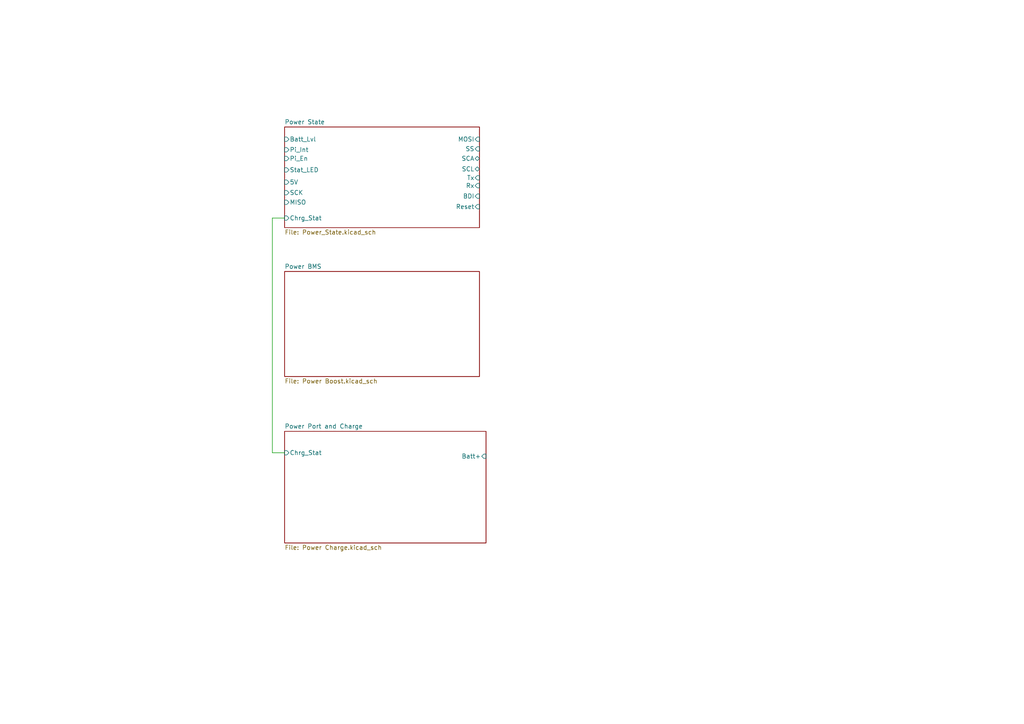
<source format=kicad_sch>
(kicad_sch (version 20230121) (generator eeschema)
  (paper "A4")
  (lib_symbols)
  (wire (pts (xy 78.994 63.246) (xy 82.55 63.246)))
  (wire (pts (xy 78.994 131.318) (xy 78.994 63.246)))
  (wire (pts (xy 82.55 131.318) (xy 78.994 131.318)))
  (sheet (at 82.55 78.74) (size 56.515 30.48) (stroke (width 0.1524))
    (property "Sheetname" "Power BMS" (at 82.55 78.0284 0) (effects (justify left bottom)))
    (property "Sheetfile" "Power Boost.kicad_sch" (at 82.55 109.8046 0) (effects (justify left top)))
  )
  (sheet (at 82.55 36.83) (size 56.515 29.21) (stroke (width 0.1524))
    (property "Sheetname" "Power State" (at 82.55 36.1184 0) (effects (justify left bottom)))
    (property "Sheetfile" "Power_State.kicad_sch" (at 82.55 66.6246 0) (effects (justify left top)))
    (pin "Batt_Lvl" input (at 82.55 40.386 180))
    (pin "Pi_Int" input (at 82.55 43.434 180))
    (pin "Pi_En" input (at 82.55 45.974 180))
    (pin "Stat_LED" input (at 82.55 49.276 180))
    (pin "Chrg_Stat" input (at 82.55 63.246 180))
    (pin "5V" input (at 82.55 52.832 180))
    (pin "SCK" input (at 82.55 55.88 180))
    (pin "MISO" input (at 82.55 58.674 180))
    (pin "MOSI" input (at 139.065 40.386 0))
    (pin "SS" input (at 139.065 43.18 0))
    (pin "SCA" bidirectional (at 139.065 45.974 0))
    (pin "SCL" bidirectional (at 139.065 49.022 0))
    (pin "Tx" input (at 139.065 51.562 0))
    (pin "Rx" input (at 139.065 53.848 0))
    (pin "BDI" input (at 139.065 56.896 0))
    (pin "Reset" input (at 139.065 59.944 0))
  )
  (sheet (at 82.55 125.095) (size 58.42 32.385) (stroke (width 0.1524))
    (property "Sheetname" "Power Port and Charge" (at 82.55 124.3834 0) (effects (justify left bottom)))
    (property "Sheetfile" "Power Charge.kicad_sch" (at 82.55 158.0646 0) (effects (justify left top)))
    (pin "Chrg_Stat" input (at 82.55 131.318 180))
    (pin "Batt+" input (at 140.97 132.334 0))
  )
)
</source>
